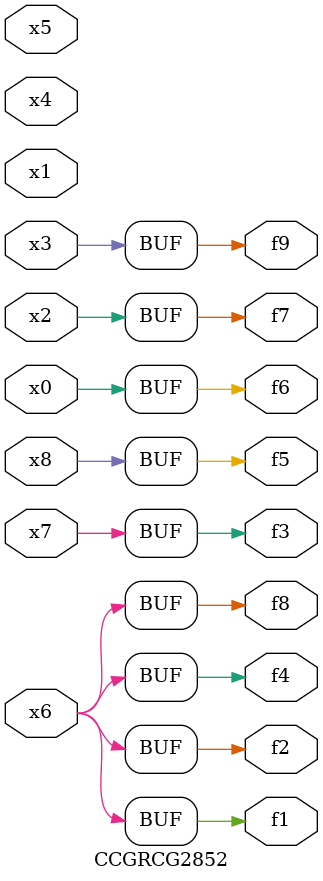
<source format=v>
module CCGRCG2852(
	input x0, x1, x2, x3, x4, x5, x6, x7, x8,
	output f1, f2, f3, f4, f5, f6, f7, f8, f9
);
	assign f1 = x6;
	assign f2 = x6;
	assign f3 = x7;
	assign f4 = x6;
	assign f5 = x8;
	assign f6 = x0;
	assign f7 = x2;
	assign f8 = x6;
	assign f9 = x3;
endmodule

</source>
